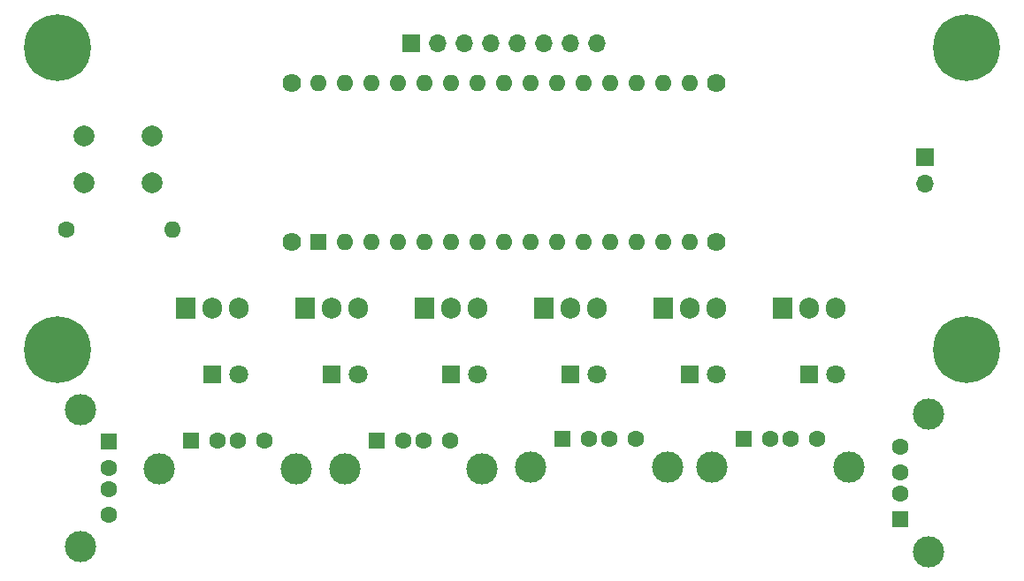
<source format=gbr>
%TF.GenerationSoftware,KiCad,Pcbnew,9.0.0*%
%TF.CreationDate,2025-03-22T13:55:08+10:00*%
%TF.ProjectId,ngmarquee.kicad_pcb_to220_usb_switch_1.01_m3,6e676d61-7271-4756-9565-2e6b69636164,rev?*%
%TF.SameCoordinates,Original*%
%TF.FileFunction,Soldermask,Top*%
%TF.FilePolarity,Negative*%
%FSLAX46Y46*%
G04 Gerber Fmt 4.6, Leading zero omitted, Abs format (unit mm)*
G04 Created by KiCad (PCBNEW 9.0.0) date 2025-03-22 13:55:08*
%MOMM*%
%LPD*%
G01*
G04 APERTURE LIST*
%ADD10R,1.600000X1.500000*%
%ADD11C,1.600000*%
%ADD12C,3.000000*%
%ADD13R,1.500000X1.600000*%
%ADD14C,2.000000*%
%ADD15O,1.600000X1.600000*%
%ADD16R,1.800000X1.800000*%
%ADD17C,1.800000*%
%ADD18C,6.400000*%
%ADD19R,1.905000X2.000000*%
%ADD20O,1.905000X2.000000*%
%ADD21C,1.780000*%
%ADD22R,1.600000X1.600000*%
%ADD23R,1.700000X1.700000*%
%ADD24O,1.700000X1.700000*%
G04 APERTURE END LIST*
D10*
%TO.C,CN4*%
X133880000Y-100160000D03*
D11*
X136380000Y-100160000D03*
X138380000Y-100160000D03*
X140880000Y-100160000D03*
D12*
X130810000Y-102870000D03*
X143950000Y-102870000D03*
%TD*%
D13*
%TO.C,CN6*%
X166200000Y-107860000D03*
D11*
X166200000Y-105360000D03*
X166200000Y-103360000D03*
X166200000Y-100860000D03*
D12*
X168910000Y-110930000D03*
X168910000Y-97790000D03*
%TD*%
D14*
%TO.C,REF\u002A\u002A*%
X88040000Y-71090000D03*
X94540000Y-71090000D03*
X88040000Y-75590000D03*
X94540000Y-75590000D03*
%TD*%
D11*
%TO.C,R1*%
X86380000Y-80090000D03*
D15*
X96540000Y-80090000D03*
%TD*%
D16*
%TO.C,D1*%
X100330000Y-93980000D03*
D17*
X102870000Y-93980000D03*
%TD*%
D18*
%TO.C,REF\u002A\u002A*%
X85540000Y-62590000D03*
%TD*%
D16*
%TO.C,D6*%
X157480000Y-93980000D03*
D17*
X160020000Y-93980000D03*
%TD*%
D16*
%TO.C,D5*%
X146050000Y-93980000D03*
D17*
X148590000Y-93980000D03*
%TD*%
D10*
%TO.C,CN3*%
X116100000Y-100330000D03*
D11*
X118600000Y-100330000D03*
X120600000Y-100330000D03*
X123100000Y-100330000D03*
D12*
X113030000Y-103040000D03*
X126170000Y-103040000D03*
%TD*%
D19*
%TO.C,Q6*%
X154940000Y-87630000D03*
D20*
X157480000Y-87630000D03*
X160020000Y-87630000D03*
%TD*%
D18*
%TO.C,REF\u002A\u002A*%
X172540000Y-91590000D03*
%TD*%
D13*
%TO.C,CN1*%
X90450000Y-100420000D03*
D11*
X90450000Y-102920000D03*
X90450000Y-104920000D03*
X90450000Y-107420000D03*
D12*
X87740000Y-97350000D03*
X87740000Y-110490000D03*
%TD*%
D19*
%TO.C,Q2*%
X109220000Y-87630000D03*
D20*
X111760000Y-87630000D03*
X114300000Y-87630000D03*
%TD*%
D16*
%TO.C,D4*%
X134620000Y-93980000D03*
D17*
X137160000Y-93980000D03*
%TD*%
D16*
%TO.C,D3*%
X123190000Y-93980000D03*
D17*
X125730000Y-93980000D03*
%TD*%
D19*
%TO.C,Q5*%
X143510000Y-87630000D03*
D20*
X146050000Y-87630000D03*
X148590000Y-87630000D03*
%TD*%
D18*
%TO.C,REF\u002A\u002A*%
X172540000Y-62590000D03*
%TD*%
D19*
%TO.C,Q4*%
X132080000Y-87630000D03*
D20*
X134620000Y-87630000D03*
X137160000Y-87630000D03*
%TD*%
D10*
%TO.C,CN2*%
X98320000Y-100330000D03*
D11*
X100820000Y-100330000D03*
X102820000Y-100330000D03*
X105320000Y-100330000D03*
D12*
X95250000Y-103040000D03*
X108390000Y-103040000D03*
%TD*%
D10*
%TO.C,CN5*%
X151220000Y-100160000D03*
D11*
X153720000Y-100160000D03*
X155720000Y-100160000D03*
X158220000Y-100160000D03*
D12*
X148150000Y-102870000D03*
X161290000Y-102870000D03*
%TD*%
D19*
%TO.C,Q3*%
X120650000Y-87630000D03*
D20*
X123190000Y-87630000D03*
X125730000Y-87630000D03*
%TD*%
D18*
%TO.C,REF\u002A\u002A*%
X85540000Y-91590000D03*
%TD*%
D19*
%TO.C,Q1*%
X97790000Y-87630000D03*
D20*
X100330000Y-87630000D03*
X102870000Y-87630000D03*
%TD*%
D21*
%TO.C,A1*%
X107950000Y-81280000D03*
X148590000Y-81280000D03*
X107950000Y-66040000D03*
X148590000Y-66040000D03*
D15*
X143510000Y-66040000D03*
X118110000Y-66040000D03*
X138430000Y-66040000D03*
X135890000Y-66040000D03*
X133350000Y-66040000D03*
X130810000Y-66040000D03*
X128270000Y-66040000D03*
X125730000Y-66040000D03*
X123190000Y-66040000D03*
X120650000Y-66040000D03*
X120650000Y-81280000D03*
X123190000Y-81280000D03*
X125730000Y-81280000D03*
X128270000Y-81280000D03*
X130810000Y-81280000D03*
X133350000Y-81280000D03*
X135890000Y-81280000D03*
X138430000Y-81280000D03*
X140970000Y-81280000D03*
X143510000Y-81280000D03*
X146050000Y-81280000D03*
X146050000Y-66040000D03*
X118110000Y-81280000D03*
X113030000Y-66040000D03*
X140970000Y-66040000D03*
X115570000Y-81280000D03*
X115570000Y-66040000D03*
X113030000Y-81280000D03*
D22*
X110490000Y-81280000D03*
D15*
X110490000Y-66040000D03*
%TD*%
D23*
%TO.C,REF\u002A\u002A*%
X168540000Y-73090000D03*
D24*
X168540000Y-75630000D03*
%TD*%
D23*
%TO.C,J1*%
X119380000Y-62230000D03*
D24*
X121920000Y-62230000D03*
X124460000Y-62230000D03*
X127000000Y-62230000D03*
X129540000Y-62230000D03*
X132080000Y-62230000D03*
X134620000Y-62230000D03*
X137160000Y-62230000D03*
%TD*%
D16*
%TO.C,D2*%
X111760000Y-93980000D03*
D17*
X114300000Y-93980000D03*
%TD*%
M02*

</source>
